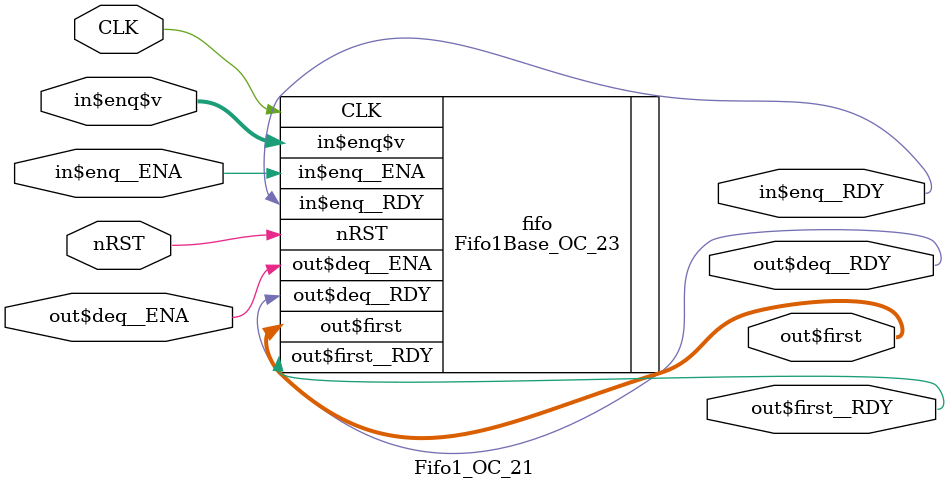
<source format=v>
`include "zynqTop.generated.vh"

`default_nettype none
module Fifo1_OC_21 (input wire CLK, input wire nRST,
    input wire in$enq__ENA,
    input wire [14:0]in$enq$v,
    output wire in$enq__RDY,
    input wire out$deq__ENA,
    output wire out$deq__RDY,
    output wire [14:0]out$first,
    output wire out$first__RDY);
    Fifo1Base_OC_23 fifo (.CLK(CLK), .nRST(nRST),
        .in$enq__ENA(in$enq__ENA),
        .in$enq$v(in$enq$v),
        .in$enq__RDY(in$enq__RDY),
        .out$deq__ENA(out$deq__ENA),
        .out$deq__RDY(out$deq__RDY),
        .out$first(out$first),
        .out$first__RDY(out$first__RDY));
endmodule 

`default_nettype wire    // set back to default value

</source>
